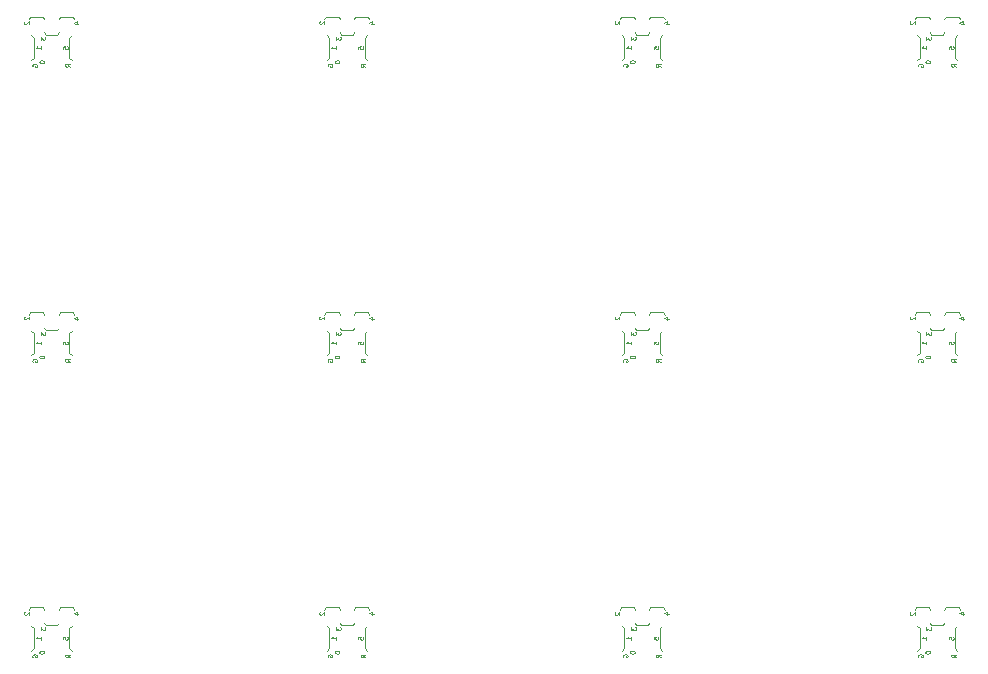
<source format=gbr>
%TF.GenerationSoftware,KiCad,Pcbnew,(6.0.0)*%
%TF.CreationDate,2022-11-29T13:54:36-05:00*%
%TF.ProjectId,pupdrive-eib24_panel,70757064-7269-4766-952d-65696232345f,B*%
%TF.SameCoordinates,Original*%
%TF.FileFunction,Legend,Bot*%
%TF.FilePolarity,Positive*%
%FSLAX46Y46*%
G04 Gerber Fmt 4.6, Leading zero omitted, Abs format (unit mm)*
G04 Created by KiCad (PCBNEW (6.0.0)) date 2022-11-29 13:54:36*
%MOMM*%
%LPD*%
G01*
G04 APERTURE LIST*
%ADD10C,0.120000*%
%ADD11C,0.100000*%
G04 APERTURE END LIST*
D10*
X146208579Y-64492088D02*
X146308579Y-64292088D01*
X118908579Y-62992088D02*
X118808579Y-63192088D01*
X121308579Y-63192088D02*
X121408579Y-62992088D01*
X95208579Y-64492088D02*
X96208579Y-64492088D01*
X122408579Y-66642088D02*
X122208579Y-66442088D01*
X97408579Y-66642088D02*
X97208579Y-66442088D01*
X171308579Y-63192088D02*
X171408579Y-62992088D01*
X94208579Y-66442088D02*
X94008579Y-66642088D01*
X121408579Y-62992088D02*
X122508579Y-62992088D01*
X146408579Y-62992088D02*
X147508579Y-62992088D01*
X172508579Y-62992088D02*
X172608579Y-63192088D01*
X145108579Y-64292088D02*
X145208579Y-64492088D01*
X119208579Y-66442088D02*
X119008579Y-66642088D01*
X145008579Y-62992088D02*
X143908579Y-62992088D01*
X146308579Y-63192088D02*
X146408579Y-62992088D01*
X170208579Y-64492088D02*
X171208579Y-64492088D01*
X94008579Y-64542088D02*
X94208579Y-64742088D01*
X122208579Y-66442088D02*
X122208579Y-64742088D01*
X97208579Y-64742088D02*
X97408579Y-64542088D01*
X168908579Y-62992088D02*
X168808579Y-63192088D01*
X96408579Y-62992088D02*
X97508579Y-62992088D01*
X147208579Y-66442088D02*
X147208579Y-64742088D01*
X96208579Y-64492088D02*
X96308579Y-64292088D01*
X96308579Y-63192088D02*
X96408579Y-62992088D01*
X95008579Y-62992088D02*
X93908579Y-62992088D01*
X120108579Y-63192088D02*
X120008579Y-62992088D01*
X119208579Y-64742088D02*
X119208579Y-66442088D01*
X172408579Y-66642088D02*
X172208579Y-66442088D01*
X120208579Y-64492088D02*
X121208579Y-64492088D01*
X147408579Y-66642088D02*
X147208579Y-66442088D01*
X144208579Y-64742088D02*
X144208579Y-66442088D01*
X97208579Y-66442088D02*
X97208579Y-64742088D01*
X172208579Y-66442088D02*
X172208579Y-64742088D01*
X170108579Y-64292088D02*
X170208579Y-64492088D01*
X145208579Y-64492088D02*
X146208579Y-64492088D01*
X120008579Y-62992088D02*
X118908579Y-62992088D01*
X94208579Y-64742088D02*
X94208579Y-66442088D01*
X144208579Y-66442088D02*
X144008579Y-66642088D01*
X145108579Y-63192088D02*
X145008579Y-62992088D01*
X170108579Y-63192088D02*
X170008579Y-62992088D01*
X170008579Y-62992088D02*
X168908579Y-62992088D01*
X147208579Y-64742088D02*
X147408579Y-64542088D01*
X120108579Y-64292088D02*
X120208579Y-64492088D01*
X119008579Y-64542088D02*
X119208579Y-64742088D01*
X93908579Y-62992088D02*
X93808579Y-63192088D01*
X171208579Y-64492088D02*
X171308579Y-64292088D01*
X143908579Y-62992088D02*
X143808579Y-63192088D01*
X97508579Y-62992088D02*
X97608579Y-63192088D01*
X171408579Y-62992088D02*
X172508579Y-62992088D01*
X121208579Y-64492088D02*
X121308579Y-64292088D01*
X144008579Y-64542088D02*
X144208579Y-64742088D01*
X172208579Y-64742088D02*
X172408579Y-64542088D01*
X95108579Y-64292088D02*
X95208579Y-64492088D01*
X169208579Y-66442088D02*
X169008579Y-66642088D01*
X95108579Y-63192088D02*
X95008579Y-62992088D01*
X169208579Y-64742088D02*
X169208579Y-66442088D01*
X122508579Y-62992088D02*
X122608579Y-63192088D01*
X122208579Y-64742088D02*
X122408579Y-64542088D01*
X169008579Y-64542088D02*
X169208579Y-64742088D01*
X147508579Y-62992088D02*
X147608579Y-63192088D01*
D11*
X147722864Y-63568278D02*
X147989531Y-63568278D01*
X147570483Y-63473040D02*
X147856198Y-63377802D01*
X147856198Y-63625421D01*
X94789531Y-65706373D02*
X94789531Y-65477802D01*
X94789531Y-65592088D02*
X94389531Y-65592088D01*
X94446674Y-65553992D01*
X94484769Y-65515897D01*
X94503817Y-65477802D01*
X94108579Y-67186849D02*
X94089531Y-67148754D01*
X94089531Y-67091611D01*
X94108579Y-67034468D01*
X94146674Y-66996373D01*
X94184769Y-66977326D01*
X94260959Y-66958278D01*
X94318102Y-66958278D01*
X94394293Y-66977326D01*
X94432388Y-66996373D01*
X94470483Y-67034468D01*
X94489531Y-67091611D01*
X94489531Y-67129707D01*
X94470483Y-67186849D01*
X94451436Y-67205897D01*
X94318102Y-67205897D01*
X94318102Y-67129707D01*
X97289531Y-67215897D02*
X97099055Y-67082564D01*
X97289531Y-66987326D02*
X96889531Y-66987326D01*
X96889531Y-67139707D01*
X96908579Y-67177802D01*
X96927626Y-67196849D01*
X96965721Y-67215897D01*
X97022864Y-67215897D01*
X97060959Y-67196849D01*
X97080007Y-67177802D01*
X97099055Y-67139707D01*
X97099055Y-66987326D01*
X172289531Y-67215897D02*
X172099055Y-67082564D01*
X172289531Y-66987326D02*
X171889531Y-66987326D01*
X171889531Y-67139707D01*
X171908579Y-67177802D01*
X171927626Y-67196849D01*
X171965721Y-67215897D01*
X172022864Y-67215897D01*
X172060959Y-67196849D01*
X172080007Y-67177802D01*
X172099055Y-67139707D01*
X172099055Y-66987326D01*
X118427626Y-63377802D02*
X118408579Y-63396849D01*
X118389531Y-63434945D01*
X118389531Y-63530183D01*
X118408579Y-63568278D01*
X118427626Y-63587326D01*
X118465721Y-63606373D01*
X118503817Y-63606373D01*
X118560959Y-63587326D01*
X118789531Y-63358754D01*
X118789531Y-63606373D01*
X119108579Y-67186849D02*
X119089531Y-67148754D01*
X119089531Y-67091611D01*
X119108579Y-67034468D01*
X119146674Y-66996373D01*
X119184769Y-66977326D01*
X119260959Y-66958278D01*
X119318102Y-66958278D01*
X119394293Y-66977326D01*
X119432388Y-66996373D01*
X119470483Y-67034468D01*
X119489531Y-67091611D01*
X119489531Y-67129707D01*
X119470483Y-67186849D01*
X119451436Y-67205897D01*
X119318102Y-67205897D01*
X119318102Y-67129707D01*
X119789531Y-65706373D02*
X119789531Y-65477802D01*
X119789531Y-65592088D02*
X119389531Y-65592088D01*
X119446674Y-65553992D01*
X119484769Y-65515897D01*
X119503817Y-65477802D01*
X168427626Y-63377802D02*
X168408579Y-63396849D01*
X168389531Y-63434945D01*
X168389531Y-63530183D01*
X168408579Y-63568278D01*
X168427626Y-63587326D01*
X168465721Y-63606373D01*
X168503817Y-63606373D01*
X168560959Y-63587326D01*
X168789531Y-63358754D01*
X168789531Y-63606373D01*
X97722864Y-63568278D02*
X97989531Y-63568278D01*
X97570483Y-63473040D02*
X97856198Y-63377802D01*
X97856198Y-63625421D01*
X122722864Y-63568278D02*
X122989531Y-63568278D01*
X122570483Y-63473040D02*
X122856198Y-63377802D01*
X122856198Y-63625421D01*
X169789531Y-64658754D02*
X169789531Y-64906373D01*
X169941912Y-64773040D01*
X169941912Y-64830183D01*
X169960959Y-64868278D01*
X169980007Y-64887326D01*
X170018102Y-64906373D01*
X170113340Y-64906373D01*
X170151436Y-64887326D01*
X170170483Y-64868278D01*
X170189531Y-64830183D01*
X170189531Y-64715897D01*
X170170483Y-64677802D01*
X170151436Y-64658754D01*
X93427626Y-63377802D02*
X93408579Y-63396849D01*
X93389531Y-63434945D01*
X93389531Y-63530183D01*
X93408579Y-63568278D01*
X93427626Y-63587326D01*
X93465721Y-63606373D01*
X93503817Y-63606373D01*
X93560959Y-63587326D01*
X93789531Y-63358754D01*
X93789531Y-63606373D01*
X144689531Y-66773040D02*
X144689531Y-66811135D01*
X144708579Y-66849230D01*
X144727626Y-66868278D01*
X144765721Y-66887326D01*
X144841912Y-66906373D01*
X144937150Y-66906373D01*
X145013340Y-66887326D01*
X145051436Y-66868278D01*
X145070483Y-66849230D01*
X145089531Y-66811135D01*
X145089531Y-66773040D01*
X145070483Y-66734945D01*
X145051436Y-66715897D01*
X145013340Y-66696849D01*
X144937150Y-66677802D01*
X144841912Y-66677802D01*
X144765721Y-66696849D01*
X144727626Y-66715897D01*
X144708579Y-66734945D01*
X144689531Y-66773040D01*
X144789531Y-64658754D02*
X144789531Y-64906373D01*
X144941912Y-64773040D01*
X144941912Y-64830183D01*
X144960959Y-64868278D01*
X144980007Y-64887326D01*
X145018102Y-64906373D01*
X145113340Y-64906373D01*
X145151436Y-64887326D01*
X145170483Y-64868278D01*
X145189531Y-64830183D01*
X145189531Y-64715897D01*
X145170483Y-64677802D01*
X145151436Y-64658754D01*
X121689531Y-65687326D02*
X121689531Y-65496849D01*
X121880007Y-65477802D01*
X121860959Y-65496849D01*
X121841912Y-65534945D01*
X121841912Y-65630183D01*
X121860959Y-65668278D01*
X121880007Y-65687326D01*
X121918102Y-65706373D01*
X122013340Y-65706373D01*
X122051436Y-65687326D01*
X122070483Y-65668278D01*
X122089531Y-65630183D01*
X122089531Y-65534945D01*
X122070483Y-65496849D01*
X122051436Y-65477802D01*
X143427626Y-63377802D02*
X143408579Y-63396849D01*
X143389531Y-63434945D01*
X143389531Y-63530183D01*
X143408579Y-63568278D01*
X143427626Y-63587326D01*
X143465721Y-63606373D01*
X143503817Y-63606373D01*
X143560959Y-63587326D01*
X143789531Y-63358754D01*
X143789531Y-63606373D01*
X169789531Y-65706373D02*
X169789531Y-65477802D01*
X169789531Y-65592088D02*
X169389531Y-65592088D01*
X169446674Y-65553992D01*
X169484769Y-65515897D01*
X169503817Y-65477802D01*
X171689531Y-65687326D02*
X171689531Y-65496849D01*
X171880007Y-65477802D01*
X171860959Y-65496849D01*
X171841912Y-65534945D01*
X171841912Y-65630183D01*
X171860959Y-65668278D01*
X171880007Y-65687326D01*
X171918102Y-65706373D01*
X172013340Y-65706373D01*
X172051436Y-65687326D01*
X172070483Y-65668278D01*
X172089531Y-65630183D01*
X172089531Y-65534945D01*
X172070483Y-65496849D01*
X172051436Y-65477802D01*
X146689531Y-65687326D02*
X146689531Y-65496849D01*
X146880007Y-65477802D01*
X146860959Y-65496849D01*
X146841912Y-65534945D01*
X146841912Y-65630183D01*
X146860959Y-65668278D01*
X146880007Y-65687326D01*
X146918102Y-65706373D01*
X147013340Y-65706373D01*
X147051436Y-65687326D01*
X147070483Y-65668278D01*
X147089531Y-65630183D01*
X147089531Y-65534945D01*
X147070483Y-65496849D01*
X147051436Y-65477802D01*
X122289531Y-67215897D02*
X122099055Y-67082564D01*
X122289531Y-66987326D02*
X121889531Y-66987326D01*
X121889531Y-67139707D01*
X121908579Y-67177802D01*
X121927626Y-67196849D01*
X121965721Y-67215897D01*
X122022864Y-67215897D01*
X122060959Y-67196849D01*
X122080007Y-67177802D01*
X122099055Y-67139707D01*
X122099055Y-66987326D01*
X144108579Y-67186849D02*
X144089531Y-67148754D01*
X144089531Y-67091611D01*
X144108579Y-67034468D01*
X144146674Y-66996373D01*
X144184769Y-66977326D01*
X144260959Y-66958278D01*
X144318102Y-66958278D01*
X144394293Y-66977326D01*
X144432388Y-66996373D01*
X144470483Y-67034468D01*
X144489531Y-67091611D01*
X144489531Y-67129707D01*
X144470483Y-67186849D01*
X144451436Y-67205897D01*
X144318102Y-67205897D01*
X144318102Y-67129707D01*
X169689531Y-66773040D02*
X169689531Y-66811135D01*
X169708579Y-66849230D01*
X169727626Y-66868278D01*
X169765721Y-66887326D01*
X169841912Y-66906373D01*
X169937150Y-66906373D01*
X170013340Y-66887326D01*
X170051436Y-66868278D01*
X170070483Y-66849230D01*
X170089531Y-66811135D01*
X170089531Y-66773040D01*
X170070483Y-66734945D01*
X170051436Y-66715897D01*
X170013340Y-66696849D01*
X169937150Y-66677802D01*
X169841912Y-66677802D01*
X169765721Y-66696849D01*
X169727626Y-66715897D01*
X169708579Y-66734945D01*
X169689531Y-66773040D01*
X96689531Y-65687326D02*
X96689531Y-65496849D01*
X96880007Y-65477802D01*
X96860959Y-65496849D01*
X96841912Y-65534945D01*
X96841912Y-65630183D01*
X96860959Y-65668278D01*
X96880007Y-65687326D01*
X96918102Y-65706373D01*
X97013340Y-65706373D01*
X97051436Y-65687326D01*
X97070483Y-65668278D01*
X97089531Y-65630183D01*
X97089531Y-65534945D01*
X97070483Y-65496849D01*
X97051436Y-65477802D01*
X94789531Y-64658754D02*
X94789531Y-64906373D01*
X94941912Y-64773040D01*
X94941912Y-64830183D01*
X94960959Y-64868278D01*
X94980007Y-64887326D01*
X95018102Y-64906373D01*
X95113340Y-64906373D01*
X95151436Y-64887326D01*
X95170483Y-64868278D01*
X95189531Y-64830183D01*
X95189531Y-64715897D01*
X95170483Y-64677802D01*
X95151436Y-64658754D01*
X172722864Y-63568278D02*
X172989531Y-63568278D01*
X172570483Y-63473040D02*
X172856198Y-63377802D01*
X172856198Y-63625421D01*
X94689531Y-66773040D02*
X94689531Y-66811135D01*
X94708579Y-66849230D01*
X94727626Y-66868278D01*
X94765721Y-66887326D01*
X94841912Y-66906373D01*
X94937150Y-66906373D01*
X95013340Y-66887326D01*
X95051436Y-66868278D01*
X95070483Y-66849230D01*
X95089531Y-66811135D01*
X95089531Y-66773040D01*
X95070483Y-66734945D01*
X95051436Y-66715897D01*
X95013340Y-66696849D01*
X94937150Y-66677802D01*
X94841912Y-66677802D01*
X94765721Y-66696849D01*
X94727626Y-66715897D01*
X94708579Y-66734945D01*
X94689531Y-66773040D01*
X119689531Y-66773040D02*
X119689531Y-66811135D01*
X119708579Y-66849230D01*
X119727626Y-66868278D01*
X119765721Y-66887326D01*
X119841912Y-66906373D01*
X119937150Y-66906373D01*
X120013340Y-66887326D01*
X120051436Y-66868278D01*
X120070483Y-66849230D01*
X120089531Y-66811135D01*
X120089531Y-66773040D01*
X120070483Y-66734945D01*
X120051436Y-66715897D01*
X120013340Y-66696849D01*
X119937150Y-66677802D01*
X119841912Y-66677802D01*
X119765721Y-66696849D01*
X119727626Y-66715897D01*
X119708579Y-66734945D01*
X119689531Y-66773040D01*
X119789531Y-64658754D02*
X119789531Y-64906373D01*
X119941912Y-64773040D01*
X119941912Y-64830183D01*
X119960959Y-64868278D01*
X119980007Y-64887326D01*
X120018102Y-64906373D01*
X120113340Y-64906373D01*
X120151436Y-64887326D01*
X120170483Y-64868278D01*
X120189531Y-64830183D01*
X120189531Y-64715897D01*
X120170483Y-64677802D01*
X120151436Y-64658754D01*
X147289531Y-67215897D02*
X147099055Y-67082564D01*
X147289531Y-66987326D02*
X146889531Y-66987326D01*
X146889531Y-67139707D01*
X146908579Y-67177802D01*
X146927626Y-67196849D01*
X146965721Y-67215897D01*
X147022864Y-67215897D01*
X147060959Y-67196849D01*
X147080007Y-67177802D01*
X147099055Y-67139707D01*
X147099055Y-66987326D01*
X144789531Y-65706373D02*
X144789531Y-65477802D01*
X144789531Y-65592088D02*
X144389531Y-65592088D01*
X144446674Y-65553992D01*
X144484769Y-65515897D01*
X144503817Y-65477802D01*
X169108579Y-67186849D02*
X169089531Y-67148754D01*
X169089531Y-67091611D01*
X169108579Y-67034468D01*
X169146674Y-66996373D01*
X169184769Y-66977326D01*
X169260959Y-66958278D01*
X169318102Y-66958278D01*
X169394293Y-66977326D01*
X169432388Y-66996373D01*
X169470483Y-67034468D01*
X169489531Y-67091611D01*
X169489531Y-67129707D01*
X169470483Y-67186849D01*
X169451436Y-67205897D01*
X169318102Y-67205897D01*
X169318102Y-67129707D01*
D10*
X146208579Y-89492088D02*
X146308579Y-89292088D01*
X118908579Y-87992088D02*
X118808579Y-88192088D01*
X121308579Y-88192088D02*
X121408579Y-87992088D01*
X95208579Y-89492088D02*
X96208579Y-89492088D01*
X122408579Y-91642088D02*
X122208579Y-91442088D01*
X97408579Y-91642088D02*
X97208579Y-91442088D01*
X171308579Y-88192088D02*
X171408579Y-87992088D01*
X94208579Y-91442088D02*
X94008579Y-91642088D01*
X121408579Y-87992088D02*
X122508579Y-87992088D01*
X146408579Y-87992088D02*
X147508579Y-87992088D01*
X172508579Y-87992088D02*
X172608579Y-88192088D01*
X145108579Y-89292088D02*
X145208579Y-89492088D01*
X119208579Y-91442088D02*
X119008579Y-91642088D01*
X145008579Y-87992088D02*
X143908579Y-87992088D01*
X146308579Y-88192088D02*
X146408579Y-87992088D01*
X170208579Y-89492088D02*
X171208579Y-89492088D01*
X94008579Y-89542088D02*
X94208579Y-89742088D01*
X122208579Y-91442088D02*
X122208579Y-89742088D01*
X97208579Y-89742088D02*
X97408579Y-89542088D01*
X168908579Y-87992088D02*
X168808579Y-88192088D01*
X96408579Y-87992088D02*
X97508579Y-87992088D01*
X147208579Y-91442088D02*
X147208579Y-89742088D01*
X96208579Y-89492088D02*
X96308579Y-89292088D01*
X96308579Y-88192088D02*
X96408579Y-87992088D01*
X95008579Y-87992088D02*
X93908579Y-87992088D01*
X120108579Y-88192088D02*
X120008579Y-87992088D01*
X119208579Y-89742088D02*
X119208579Y-91442088D01*
X172408579Y-91642088D02*
X172208579Y-91442088D01*
X120208579Y-89492088D02*
X121208579Y-89492088D01*
X147408579Y-91642088D02*
X147208579Y-91442088D01*
X144208579Y-89742088D02*
X144208579Y-91442088D01*
X97208579Y-91442088D02*
X97208579Y-89742088D01*
X172208579Y-91442088D02*
X172208579Y-89742088D01*
X170108579Y-89292088D02*
X170208579Y-89492088D01*
X145208579Y-89492088D02*
X146208579Y-89492088D01*
X120008579Y-87992088D02*
X118908579Y-87992088D01*
X94208579Y-89742088D02*
X94208579Y-91442088D01*
X144208579Y-91442088D02*
X144008579Y-91642088D01*
X145108579Y-88192088D02*
X145008579Y-87992088D01*
X170108579Y-88192088D02*
X170008579Y-87992088D01*
X170008579Y-87992088D02*
X168908579Y-87992088D01*
X147208579Y-89742088D02*
X147408579Y-89542088D01*
X120108579Y-89292088D02*
X120208579Y-89492088D01*
X119008579Y-89542088D02*
X119208579Y-89742088D01*
X93908579Y-87992088D02*
X93808579Y-88192088D01*
X171208579Y-89492088D02*
X171308579Y-89292088D01*
X143908579Y-87992088D02*
X143808579Y-88192088D01*
X97508579Y-87992088D02*
X97608579Y-88192088D01*
X171408579Y-87992088D02*
X172508579Y-87992088D01*
X121208579Y-89492088D02*
X121308579Y-89292088D01*
X144008579Y-89542088D02*
X144208579Y-89742088D01*
X172208579Y-89742088D02*
X172408579Y-89542088D01*
X95108579Y-89292088D02*
X95208579Y-89492088D01*
X169208579Y-91442088D02*
X169008579Y-91642088D01*
X95108579Y-88192088D02*
X95008579Y-87992088D01*
X169208579Y-89742088D02*
X169208579Y-91442088D01*
X122508579Y-87992088D02*
X122608579Y-88192088D01*
X122208579Y-89742088D02*
X122408579Y-89542088D01*
X169008579Y-89542088D02*
X169208579Y-89742088D01*
X147508579Y-87992088D02*
X147608579Y-88192088D01*
D11*
X147722864Y-88568278D02*
X147989531Y-88568278D01*
X147570483Y-88473040D02*
X147856198Y-88377802D01*
X147856198Y-88625421D01*
X94789531Y-90706373D02*
X94789531Y-90477802D01*
X94789531Y-90592088D02*
X94389531Y-90592088D01*
X94446674Y-90553992D01*
X94484769Y-90515897D01*
X94503817Y-90477802D01*
X94108579Y-92186849D02*
X94089531Y-92148754D01*
X94089531Y-92091611D01*
X94108579Y-92034468D01*
X94146674Y-91996373D01*
X94184769Y-91977326D01*
X94260959Y-91958278D01*
X94318102Y-91958278D01*
X94394293Y-91977326D01*
X94432388Y-91996373D01*
X94470483Y-92034468D01*
X94489531Y-92091611D01*
X94489531Y-92129707D01*
X94470483Y-92186849D01*
X94451436Y-92205897D01*
X94318102Y-92205897D01*
X94318102Y-92129707D01*
X97289531Y-92215897D02*
X97099055Y-92082564D01*
X97289531Y-91987326D02*
X96889531Y-91987326D01*
X96889531Y-92139707D01*
X96908579Y-92177802D01*
X96927626Y-92196849D01*
X96965721Y-92215897D01*
X97022864Y-92215897D01*
X97060959Y-92196849D01*
X97080007Y-92177802D01*
X97099055Y-92139707D01*
X97099055Y-91987326D01*
X172289531Y-92215897D02*
X172099055Y-92082564D01*
X172289531Y-91987326D02*
X171889531Y-91987326D01*
X171889531Y-92139707D01*
X171908579Y-92177802D01*
X171927626Y-92196849D01*
X171965721Y-92215897D01*
X172022864Y-92215897D01*
X172060959Y-92196849D01*
X172080007Y-92177802D01*
X172099055Y-92139707D01*
X172099055Y-91987326D01*
X118427626Y-88377802D02*
X118408579Y-88396849D01*
X118389531Y-88434945D01*
X118389531Y-88530183D01*
X118408579Y-88568278D01*
X118427626Y-88587326D01*
X118465721Y-88606373D01*
X118503817Y-88606373D01*
X118560959Y-88587326D01*
X118789531Y-88358754D01*
X118789531Y-88606373D01*
X119108579Y-92186849D02*
X119089531Y-92148754D01*
X119089531Y-92091611D01*
X119108579Y-92034468D01*
X119146674Y-91996373D01*
X119184769Y-91977326D01*
X119260959Y-91958278D01*
X119318102Y-91958278D01*
X119394293Y-91977326D01*
X119432388Y-91996373D01*
X119470483Y-92034468D01*
X119489531Y-92091611D01*
X119489531Y-92129707D01*
X119470483Y-92186849D01*
X119451436Y-92205897D01*
X119318102Y-92205897D01*
X119318102Y-92129707D01*
X119789531Y-90706373D02*
X119789531Y-90477802D01*
X119789531Y-90592088D02*
X119389531Y-90592088D01*
X119446674Y-90553992D01*
X119484769Y-90515897D01*
X119503817Y-90477802D01*
X168427626Y-88377802D02*
X168408579Y-88396849D01*
X168389531Y-88434945D01*
X168389531Y-88530183D01*
X168408579Y-88568278D01*
X168427626Y-88587326D01*
X168465721Y-88606373D01*
X168503817Y-88606373D01*
X168560959Y-88587326D01*
X168789531Y-88358754D01*
X168789531Y-88606373D01*
X97722864Y-88568278D02*
X97989531Y-88568278D01*
X97570483Y-88473040D02*
X97856198Y-88377802D01*
X97856198Y-88625421D01*
X122722864Y-88568278D02*
X122989531Y-88568278D01*
X122570483Y-88473040D02*
X122856198Y-88377802D01*
X122856198Y-88625421D01*
X169789531Y-89658754D02*
X169789531Y-89906373D01*
X169941912Y-89773040D01*
X169941912Y-89830183D01*
X169960959Y-89868278D01*
X169980007Y-89887326D01*
X170018102Y-89906373D01*
X170113340Y-89906373D01*
X170151436Y-89887326D01*
X170170483Y-89868278D01*
X170189531Y-89830183D01*
X170189531Y-89715897D01*
X170170483Y-89677802D01*
X170151436Y-89658754D01*
X93427626Y-88377802D02*
X93408579Y-88396849D01*
X93389531Y-88434945D01*
X93389531Y-88530183D01*
X93408579Y-88568278D01*
X93427626Y-88587326D01*
X93465721Y-88606373D01*
X93503817Y-88606373D01*
X93560959Y-88587326D01*
X93789531Y-88358754D01*
X93789531Y-88606373D01*
X144689531Y-91773040D02*
X144689531Y-91811135D01*
X144708579Y-91849230D01*
X144727626Y-91868278D01*
X144765721Y-91887326D01*
X144841912Y-91906373D01*
X144937150Y-91906373D01*
X145013340Y-91887326D01*
X145051436Y-91868278D01*
X145070483Y-91849230D01*
X145089531Y-91811135D01*
X145089531Y-91773040D01*
X145070483Y-91734945D01*
X145051436Y-91715897D01*
X145013340Y-91696849D01*
X144937150Y-91677802D01*
X144841912Y-91677802D01*
X144765721Y-91696849D01*
X144727626Y-91715897D01*
X144708579Y-91734945D01*
X144689531Y-91773040D01*
X144789531Y-89658754D02*
X144789531Y-89906373D01*
X144941912Y-89773040D01*
X144941912Y-89830183D01*
X144960959Y-89868278D01*
X144980007Y-89887326D01*
X145018102Y-89906373D01*
X145113340Y-89906373D01*
X145151436Y-89887326D01*
X145170483Y-89868278D01*
X145189531Y-89830183D01*
X145189531Y-89715897D01*
X145170483Y-89677802D01*
X145151436Y-89658754D01*
X121689531Y-90687326D02*
X121689531Y-90496849D01*
X121880007Y-90477802D01*
X121860959Y-90496849D01*
X121841912Y-90534945D01*
X121841912Y-90630183D01*
X121860959Y-90668278D01*
X121880007Y-90687326D01*
X121918102Y-90706373D01*
X122013340Y-90706373D01*
X122051436Y-90687326D01*
X122070483Y-90668278D01*
X122089531Y-90630183D01*
X122089531Y-90534945D01*
X122070483Y-90496849D01*
X122051436Y-90477802D01*
X143427626Y-88377802D02*
X143408579Y-88396849D01*
X143389531Y-88434945D01*
X143389531Y-88530183D01*
X143408579Y-88568278D01*
X143427626Y-88587326D01*
X143465721Y-88606373D01*
X143503817Y-88606373D01*
X143560959Y-88587326D01*
X143789531Y-88358754D01*
X143789531Y-88606373D01*
X169789531Y-90706373D02*
X169789531Y-90477802D01*
X169789531Y-90592088D02*
X169389531Y-90592088D01*
X169446674Y-90553992D01*
X169484769Y-90515897D01*
X169503817Y-90477802D01*
X171689531Y-90687326D02*
X171689531Y-90496849D01*
X171880007Y-90477802D01*
X171860959Y-90496849D01*
X171841912Y-90534945D01*
X171841912Y-90630183D01*
X171860959Y-90668278D01*
X171880007Y-90687326D01*
X171918102Y-90706373D01*
X172013340Y-90706373D01*
X172051436Y-90687326D01*
X172070483Y-90668278D01*
X172089531Y-90630183D01*
X172089531Y-90534945D01*
X172070483Y-90496849D01*
X172051436Y-90477802D01*
X146689531Y-90687326D02*
X146689531Y-90496849D01*
X146880007Y-90477802D01*
X146860959Y-90496849D01*
X146841912Y-90534945D01*
X146841912Y-90630183D01*
X146860959Y-90668278D01*
X146880007Y-90687326D01*
X146918102Y-90706373D01*
X147013340Y-90706373D01*
X147051436Y-90687326D01*
X147070483Y-90668278D01*
X147089531Y-90630183D01*
X147089531Y-90534945D01*
X147070483Y-90496849D01*
X147051436Y-90477802D01*
X122289531Y-92215897D02*
X122099055Y-92082564D01*
X122289531Y-91987326D02*
X121889531Y-91987326D01*
X121889531Y-92139707D01*
X121908579Y-92177802D01*
X121927626Y-92196849D01*
X121965721Y-92215897D01*
X122022864Y-92215897D01*
X122060959Y-92196849D01*
X122080007Y-92177802D01*
X122099055Y-92139707D01*
X122099055Y-91987326D01*
X144108579Y-92186849D02*
X144089531Y-92148754D01*
X144089531Y-92091611D01*
X144108579Y-92034468D01*
X144146674Y-91996373D01*
X144184769Y-91977326D01*
X144260959Y-91958278D01*
X144318102Y-91958278D01*
X144394293Y-91977326D01*
X144432388Y-91996373D01*
X144470483Y-92034468D01*
X144489531Y-92091611D01*
X144489531Y-92129707D01*
X144470483Y-92186849D01*
X144451436Y-92205897D01*
X144318102Y-92205897D01*
X144318102Y-92129707D01*
X169689531Y-91773040D02*
X169689531Y-91811135D01*
X169708579Y-91849230D01*
X169727626Y-91868278D01*
X169765721Y-91887326D01*
X169841912Y-91906373D01*
X169937150Y-91906373D01*
X170013340Y-91887326D01*
X170051436Y-91868278D01*
X170070483Y-91849230D01*
X170089531Y-91811135D01*
X170089531Y-91773040D01*
X170070483Y-91734945D01*
X170051436Y-91715897D01*
X170013340Y-91696849D01*
X169937150Y-91677802D01*
X169841912Y-91677802D01*
X169765721Y-91696849D01*
X169727626Y-91715897D01*
X169708579Y-91734945D01*
X169689531Y-91773040D01*
X96689531Y-90687326D02*
X96689531Y-90496849D01*
X96880007Y-90477802D01*
X96860959Y-90496849D01*
X96841912Y-90534945D01*
X96841912Y-90630183D01*
X96860959Y-90668278D01*
X96880007Y-90687326D01*
X96918102Y-90706373D01*
X97013340Y-90706373D01*
X97051436Y-90687326D01*
X97070483Y-90668278D01*
X97089531Y-90630183D01*
X97089531Y-90534945D01*
X97070483Y-90496849D01*
X97051436Y-90477802D01*
X94789531Y-89658754D02*
X94789531Y-89906373D01*
X94941912Y-89773040D01*
X94941912Y-89830183D01*
X94960959Y-89868278D01*
X94980007Y-89887326D01*
X95018102Y-89906373D01*
X95113340Y-89906373D01*
X95151436Y-89887326D01*
X95170483Y-89868278D01*
X95189531Y-89830183D01*
X95189531Y-89715897D01*
X95170483Y-89677802D01*
X95151436Y-89658754D01*
X172722864Y-88568278D02*
X172989531Y-88568278D01*
X172570483Y-88473040D02*
X172856198Y-88377802D01*
X172856198Y-88625421D01*
X94689531Y-91773040D02*
X94689531Y-91811135D01*
X94708579Y-91849230D01*
X94727626Y-91868278D01*
X94765721Y-91887326D01*
X94841912Y-91906373D01*
X94937150Y-91906373D01*
X95013340Y-91887326D01*
X95051436Y-91868278D01*
X95070483Y-91849230D01*
X95089531Y-91811135D01*
X95089531Y-91773040D01*
X95070483Y-91734945D01*
X95051436Y-91715897D01*
X95013340Y-91696849D01*
X94937150Y-91677802D01*
X94841912Y-91677802D01*
X94765721Y-91696849D01*
X94727626Y-91715897D01*
X94708579Y-91734945D01*
X94689531Y-91773040D01*
X119689531Y-91773040D02*
X119689531Y-91811135D01*
X119708579Y-91849230D01*
X119727626Y-91868278D01*
X119765721Y-91887326D01*
X119841912Y-91906373D01*
X119937150Y-91906373D01*
X120013340Y-91887326D01*
X120051436Y-91868278D01*
X120070483Y-91849230D01*
X120089531Y-91811135D01*
X120089531Y-91773040D01*
X120070483Y-91734945D01*
X120051436Y-91715897D01*
X120013340Y-91696849D01*
X119937150Y-91677802D01*
X119841912Y-91677802D01*
X119765721Y-91696849D01*
X119727626Y-91715897D01*
X119708579Y-91734945D01*
X119689531Y-91773040D01*
X119789531Y-89658754D02*
X119789531Y-89906373D01*
X119941912Y-89773040D01*
X119941912Y-89830183D01*
X119960959Y-89868278D01*
X119980007Y-89887326D01*
X120018102Y-89906373D01*
X120113340Y-89906373D01*
X120151436Y-89887326D01*
X120170483Y-89868278D01*
X120189531Y-89830183D01*
X120189531Y-89715897D01*
X120170483Y-89677802D01*
X120151436Y-89658754D01*
X147289531Y-92215897D02*
X147099055Y-92082564D01*
X147289531Y-91987326D02*
X146889531Y-91987326D01*
X146889531Y-92139707D01*
X146908579Y-92177802D01*
X146927626Y-92196849D01*
X146965721Y-92215897D01*
X147022864Y-92215897D01*
X147060959Y-92196849D01*
X147080007Y-92177802D01*
X147099055Y-92139707D01*
X147099055Y-91987326D01*
X144789531Y-90706373D02*
X144789531Y-90477802D01*
X144789531Y-90592088D02*
X144389531Y-90592088D01*
X144446674Y-90553992D01*
X144484769Y-90515897D01*
X144503817Y-90477802D01*
X169108579Y-92186849D02*
X169089531Y-92148754D01*
X169089531Y-92091611D01*
X169108579Y-92034468D01*
X169146674Y-91996373D01*
X169184769Y-91977326D01*
X169260959Y-91958278D01*
X169318102Y-91958278D01*
X169394293Y-91977326D01*
X169432388Y-91996373D01*
X169470483Y-92034468D01*
X169489531Y-92091611D01*
X169489531Y-92129707D01*
X169470483Y-92186849D01*
X169451436Y-92205897D01*
X169318102Y-92205897D01*
X169318102Y-92129707D01*
D10*
X169208579Y-116442088D02*
X169008579Y-116642088D01*
X122208579Y-114742088D02*
X122408579Y-114542088D01*
X95108579Y-113192088D02*
X95008579Y-112992088D01*
X147508579Y-112992088D02*
X147608579Y-113192088D01*
X169008579Y-114542088D02*
X169208579Y-114742088D01*
X169208579Y-114742088D02*
X169208579Y-116442088D01*
X122508579Y-112992088D02*
X122608579Y-113192088D01*
X147208579Y-116442088D02*
X147208579Y-114742088D01*
X96208579Y-114492088D02*
X96308579Y-114292088D01*
X96308579Y-113192088D02*
X96408579Y-112992088D01*
X95008579Y-112992088D02*
X93908579Y-112992088D01*
X168908579Y-112992088D02*
X168808579Y-113192088D01*
X97208579Y-114742088D02*
X97408579Y-114542088D01*
X96408579Y-112992088D02*
X97508579Y-112992088D01*
X146308579Y-113192088D02*
X146408579Y-112992088D01*
X94008579Y-114542088D02*
X94208579Y-114742088D01*
X170208579Y-114492088D02*
X171208579Y-114492088D01*
X122208579Y-116442088D02*
X122208579Y-114742088D01*
X172508579Y-112992088D02*
X172608579Y-113192088D01*
X146408579Y-112992088D02*
X147508579Y-112992088D01*
X145008579Y-112992088D02*
X143908579Y-112992088D01*
X119208579Y-116442088D02*
X119008579Y-116642088D01*
X145108579Y-114292088D02*
X145208579Y-114492088D01*
X95108579Y-114292088D02*
X95208579Y-114492088D01*
X171208579Y-114492088D02*
X171308579Y-114292088D01*
X171408579Y-112992088D02*
X172508579Y-112992088D01*
X121208579Y-114492088D02*
X121308579Y-114292088D01*
X144008579Y-114542088D02*
X144208579Y-114742088D01*
X97508579Y-112992088D02*
X97608579Y-113192088D01*
X143908579Y-112992088D02*
X143808579Y-113192088D01*
X172208579Y-114742088D02*
X172408579Y-114542088D01*
X119008579Y-114542088D02*
X119208579Y-114742088D01*
X93908579Y-112992088D02*
X93808579Y-113192088D01*
X94208579Y-114742088D02*
X94208579Y-116442088D01*
X145108579Y-113192088D02*
X145008579Y-112992088D01*
X120008579Y-112992088D02*
X118908579Y-112992088D01*
X147208579Y-114742088D02*
X147408579Y-114542088D01*
X120108579Y-114292088D02*
X120208579Y-114492088D01*
X144208579Y-116442088D02*
X144008579Y-116642088D01*
X170108579Y-113192088D02*
X170008579Y-112992088D01*
X170008579Y-112992088D02*
X168908579Y-112992088D01*
X147408579Y-116642088D02*
X147208579Y-116442088D01*
X145208579Y-114492088D02*
X146208579Y-114492088D01*
X120108579Y-113192088D02*
X120008579Y-112992088D01*
X172208579Y-116442088D02*
X172208579Y-114742088D01*
X170108579Y-114292088D02*
X170208579Y-114492088D01*
X97208579Y-116442088D02*
X97208579Y-114742088D01*
X172408579Y-116642088D02*
X172208579Y-116442088D01*
X144208579Y-114742088D02*
X144208579Y-116442088D01*
X120208579Y-114492088D02*
X121208579Y-114492088D01*
X119208579Y-114742088D02*
X119208579Y-116442088D01*
X121308579Y-113192088D02*
X121408579Y-112992088D01*
X118908579Y-112992088D02*
X118808579Y-113192088D01*
X94208579Y-116442088D02*
X94008579Y-116642088D01*
X171308579Y-113192088D02*
X171408579Y-112992088D01*
X121408579Y-112992088D02*
X122508579Y-112992088D01*
X122408579Y-116642088D02*
X122208579Y-116442088D01*
X95208579Y-114492088D02*
X96208579Y-114492088D01*
X97408579Y-116642088D02*
X97208579Y-116442088D01*
X146208579Y-114492088D02*
X146308579Y-114292088D01*
D11*
X143427626Y-113377802D02*
X143408579Y-113396849D01*
X143389531Y-113434945D01*
X143389531Y-113530183D01*
X143408579Y-113568278D01*
X143427626Y-113587326D01*
X143465721Y-113606373D01*
X143503817Y-113606373D01*
X143560959Y-113587326D01*
X143789531Y-113358754D01*
X143789531Y-113606373D01*
X121689531Y-115687326D02*
X121689531Y-115496849D01*
X121880007Y-115477802D01*
X121860959Y-115496849D01*
X121841912Y-115534945D01*
X121841912Y-115630183D01*
X121860959Y-115668278D01*
X121880007Y-115687326D01*
X121918102Y-115706373D01*
X122013340Y-115706373D01*
X122051436Y-115687326D01*
X122070483Y-115668278D01*
X122089531Y-115630183D01*
X122089531Y-115534945D01*
X122070483Y-115496849D01*
X122051436Y-115477802D01*
X96689531Y-115687326D02*
X96689531Y-115496849D01*
X96880007Y-115477802D01*
X96860959Y-115496849D01*
X96841912Y-115534945D01*
X96841912Y-115630183D01*
X96860959Y-115668278D01*
X96880007Y-115687326D01*
X96918102Y-115706373D01*
X97013340Y-115706373D01*
X97051436Y-115687326D01*
X97070483Y-115668278D01*
X97089531Y-115630183D01*
X97089531Y-115534945D01*
X97070483Y-115496849D01*
X97051436Y-115477802D01*
X144789531Y-115706373D02*
X144789531Y-115477802D01*
X144789531Y-115592088D02*
X144389531Y-115592088D01*
X144446674Y-115553992D01*
X144484769Y-115515897D01*
X144503817Y-115477802D01*
X169108579Y-117186849D02*
X169089531Y-117148754D01*
X169089531Y-117091611D01*
X169108579Y-117034468D01*
X169146674Y-116996373D01*
X169184769Y-116977326D01*
X169260959Y-116958278D01*
X169318102Y-116958278D01*
X169394293Y-116977326D01*
X169432388Y-116996373D01*
X169470483Y-117034468D01*
X169489531Y-117091611D01*
X169489531Y-117129707D01*
X169470483Y-117186849D01*
X169451436Y-117205897D01*
X169318102Y-117205897D01*
X169318102Y-117129707D01*
X171689531Y-115687326D02*
X171689531Y-115496849D01*
X171880007Y-115477802D01*
X171860959Y-115496849D01*
X171841912Y-115534945D01*
X171841912Y-115630183D01*
X171860959Y-115668278D01*
X171880007Y-115687326D01*
X171918102Y-115706373D01*
X172013340Y-115706373D01*
X172051436Y-115687326D01*
X172070483Y-115668278D01*
X172089531Y-115630183D01*
X172089531Y-115534945D01*
X172070483Y-115496849D01*
X172051436Y-115477802D01*
X144789531Y-114658754D02*
X144789531Y-114906373D01*
X144941912Y-114773040D01*
X144941912Y-114830183D01*
X144960959Y-114868278D01*
X144980007Y-114887326D01*
X145018102Y-114906373D01*
X145113340Y-114906373D01*
X145151436Y-114887326D01*
X145170483Y-114868278D01*
X145189531Y-114830183D01*
X145189531Y-114715897D01*
X145170483Y-114677802D01*
X145151436Y-114658754D01*
X94789531Y-114658754D02*
X94789531Y-114906373D01*
X94941912Y-114773040D01*
X94941912Y-114830183D01*
X94960959Y-114868278D01*
X94980007Y-114887326D01*
X95018102Y-114906373D01*
X95113340Y-114906373D01*
X95151436Y-114887326D01*
X95170483Y-114868278D01*
X95189531Y-114830183D01*
X95189531Y-114715897D01*
X95170483Y-114677802D01*
X95151436Y-114658754D01*
X169789531Y-115706373D02*
X169789531Y-115477802D01*
X169789531Y-115592088D02*
X169389531Y-115592088D01*
X169446674Y-115553992D01*
X169484769Y-115515897D01*
X169503817Y-115477802D01*
X147289531Y-117215897D02*
X147099055Y-117082564D01*
X147289531Y-116987326D02*
X146889531Y-116987326D01*
X146889531Y-117139707D01*
X146908579Y-117177802D01*
X146927626Y-117196849D01*
X146965721Y-117215897D01*
X147022864Y-117215897D01*
X147060959Y-117196849D01*
X147080007Y-117177802D01*
X147099055Y-117139707D01*
X147099055Y-116987326D01*
X169689531Y-116773040D02*
X169689531Y-116811135D01*
X169708579Y-116849230D01*
X169727626Y-116868278D01*
X169765721Y-116887326D01*
X169841912Y-116906373D01*
X169937150Y-116906373D01*
X170013340Y-116887326D01*
X170051436Y-116868278D01*
X170070483Y-116849230D01*
X170089531Y-116811135D01*
X170089531Y-116773040D01*
X170070483Y-116734945D01*
X170051436Y-116715897D01*
X170013340Y-116696849D01*
X169937150Y-116677802D01*
X169841912Y-116677802D01*
X169765721Y-116696849D01*
X169727626Y-116715897D01*
X169708579Y-116734945D01*
X169689531Y-116773040D01*
X119789531Y-114658754D02*
X119789531Y-114906373D01*
X119941912Y-114773040D01*
X119941912Y-114830183D01*
X119960959Y-114868278D01*
X119980007Y-114887326D01*
X120018102Y-114906373D01*
X120113340Y-114906373D01*
X120151436Y-114887326D01*
X120170483Y-114868278D01*
X120189531Y-114830183D01*
X120189531Y-114715897D01*
X120170483Y-114677802D01*
X120151436Y-114658754D01*
X172722864Y-113568278D02*
X172989531Y-113568278D01*
X172570483Y-113473040D02*
X172856198Y-113377802D01*
X172856198Y-113625421D01*
X119689531Y-116773040D02*
X119689531Y-116811135D01*
X119708579Y-116849230D01*
X119727626Y-116868278D01*
X119765721Y-116887326D01*
X119841912Y-116906373D01*
X119937150Y-116906373D01*
X120013340Y-116887326D01*
X120051436Y-116868278D01*
X120070483Y-116849230D01*
X120089531Y-116811135D01*
X120089531Y-116773040D01*
X120070483Y-116734945D01*
X120051436Y-116715897D01*
X120013340Y-116696849D01*
X119937150Y-116677802D01*
X119841912Y-116677802D01*
X119765721Y-116696849D01*
X119727626Y-116715897D01*
X119708579Y-116734945D01*
X119689531Y-116773040D01*
X144108579Y-117186849D02*
X144089531Y-117148754D01*
X144089531Y-117091611D01*
X144108579Y-117034468D01*
X144146674Y-116996373D01*
X144184769Y-116977326D01*
X144260959Y-116958278D01*
X144318102Y-116958278D01*
X144394293Y-116977326D01*
X144432388Y-116996373D01*
X144470483Y-117034468D01*
X144489531Y-117091611D01*
X144489531Y-117129707D01*
X144470483Y-117186849D01*
X144451436Y-117205897D01*
X144318102Y-117205897D01*
X144318102Y-117129707D01*
X122289531Y-117215897D02*
X122099055Y-117082564D01*
X122289531Y-116987326D02*
X121889531Y-116987326D01*
X121889531Y-117139707D01*
X121908579Y-117177802D01*
X121927626Y-117196849D01*
X121965721Y-117215897D01*
X122022864Y-117215897D01*
X122060959Y-117196849D01*
X122080007Y-117177802D01*
X122099055Y-117139707D01*
X122099055Y-116987326D01*
X94689531Y-116773040D02*
X94689531Y-116811135D01*
X94708579Y-116849230D01*
X94727626Y-116868278D01*
X94765721Y-116887326D01*
X94841912Y-116906373D01*
X94937150Y-116906373D01*
X95013340Y-116887326D01*
X95051436Y-116868278D01*
X95070483Y-116849230D01*
X95089531Y-116811135D01*
X95089531Y-116773040D01*
X95070483Y-116734945D01*
X95051436Y-116715897D01*
X95013340Y-116696849D01*
X94937150Y-116677802D01*
X94841912Y-116677802D01*
X94765721Y-116696849D01*
X94727626Y-116715897D01*
X94708579Y-116734945D01*
X94689531Y-116773040D01*
X146689531Y-115687326D02*
X146689531Y-115496849D01*
X146880007Y-115477802D01*
X146860959Y-115496849D01*
X146841912Y-115534945D01*
X146841912Y-115630183D01*
X146860959Y-115668278D01*
X146880007Y-115687326D01*
X146918102Y-115706373D01*
X147013340Y-115706373D01*
X147051436Y-115687326D01*
X147070483Y-115668278D01*
X147089531Y-115630183D01*
X147089531Y-115534945D01*
X147070483Y-115496849D01*
X147051436Y-115477802D01*
X147722864Y-113568278D02*
X147989531Y-113568278D01*
X147570483Y-113473040D02*
X147856198Y-113377802D01*
X147856198Y-113625421D01*
X93427626Y-113377802D02*
X93408579Y-113396849D01*
X93389531Y-113434945D01*
X93389531Y-113530183D01*
X93408579Y-113568278D01*
X93427626Y-113587326D01*
X93465721Y-113606373D01*
X93503817Y-113606373D01*
X93560959Y-113587326D01*
X93789531Y-113358754D01*
X93789531Y-113606373D01*
X119789531Y-115706373D02*
X119789531Y-115477802D01*
X119789531Y-115592088D02*
X119389531Y-115592088D01*
X119446674Y-115553992D01*
X119484769Y-115515897D01*
X119503817Y-115477802D01*
X118427626Y-113377802D02*
X118408579Y-113396849D01*
X118389531Y-113434945D01*
X118389531Y-113530183D01*
X118408579Y-113568278D01*
X118427626Y-113587326D01*
X118465721Y-113606373D01*
X118503817Y-113606373D01*
X118560959Y-113587326D01*
X118789531Y-113358754D01*
X118789531Y-113606373D01*
X169789531Y-114658754D02*
X169789531Y-114906373D01*
X169941912Y-114773040D01*
X169941912Y-114830183D01*
X169960959Y-114868278D01*
X169980007Y-114887326D01*
X170018102Y-114906373D01*
X170113340Y-114906373D01*
X170151436Y-114887326D01*
X170170483Y-114868278D01*
X170189531Y-114830183D01*
X170189531Y-114715897D01*
X170170483Y-114677802D01*
X170151436Y-114658754D01*
X94789531Y-115706373D02*
X94789531Y-115477802D01*
X94789531Y-115592088D02*
X94389531Y-115592088D01*
X94446674Y-115553992D01*
X94484769Y-115515897D01*
X94503817Y-115477802D01*
X122722864Y-113568278D02*
X122989531Y-113568278D01*
X122570483Y-113473040D02*
X122856198Y-113377802D01*
X122856198Y-113625421D01*
X168427626Y-113377802D02*
X168408579Y-113396849D01*
X168389531Y-113434945D01*
X168389531Y-113530183D01*
X168408579Y-113568278D01*
X168427626Y-113587326D01*
X168465721Y-113606373D01*
X168503817Y-113606373D01*
X168560959Y-113587326D01*
X168789531Y-113358754D01*
X168789531Y-113606373D01*
X97722864Y-113568278D02*
X97989531Y-113568278D01*
X97570483Y-113473040D02*
X97856198Y-113377802D01*
X97856198Y-113625421D01*
X97289531Y-117215897D02*
X97099055Y-117082564D01*
X97289531Y-116987326D02*
X96889531Y-116987326D01*
X96889531Y-117139707D01*
X96908579Y-117177802D01*
X96927626Y-117196849D01*
X96965721Y-117215897D01*
X97022864Y-117215897D01*
X97060959Y-117196849D01*
X97080007Y-117177802D01*
X97099055Y-117139707D01*
X97099055Y-116987326D01*
X144689531Y-116773040D02*
X144689531Y-116811135D01*
X144708579Y-116849230D01*
X144727626Y-116868278D01*
X144765721Y-116887326D01*
X144841912Y-116906373D01*
X144937150Y-116906373D01*
X145013340Y-116887326D01*
X145051436Y-116868278D01*
X145070483Y-116849230D01*
X145089531Y-116811135D01*
X145089531Y-116773040D01*
X145070483Y-116734945D01*
X145051436Y-116715897D01*
X145013340Y-116696849D01*
X144937150Y-116677802D01*
X144841912Y-116677802D01*
X144765721Y-116696849D01*
X144727626Y-116715897D01*
X144708579Y-116734945D01*
X144689531Y-116773040D01*
X119108579Y-117186849D02*
X119089531Y-117148754D01*
X119089531Y-117091611D01*
X119108579Y-117034468D01*
X119146674Y-116996373D01*
X119184769Y-116977326D01*
X119260959Y-116958278D01*
X119318102Y-116958278D01*
X119394293Y-116977326D01*
X119432388Y-116996373D01*
X119470483Y-117034468D01*
X119489531Y-117091611D01*
X119489531Y-117129707D01*
X119470483Y-117186849D01*
X119451436Y-117205897D01*
X119318102Y-117205897D01*
X119318102Y-117129707D01*
X172289531Y-117215897D02*
X172099055Y-117082564D01*
X172289531Y-116987326D02*
X171889531Y-116987326D01*
X171889531Y-117139707D01*
X171908579Y-117177802D01*
X171927626Y-117196849D01*
X171965721Y-117215897D01*
X172022864Y-117215897D01*
X172060959Y-117196849D01*
X172080007Y-117177802D01*
X172099055Y-117139707D01*
X172099055Y-116987326D01*
X94108579Y-117186849D02*
X94089531Y-117148754D01*
X94089531Y-117091611D01*
X94108579Y-117034468D01*
X94146674Y-116996373D01*
X94184769Y-116977326D01*
X94260959Y-116958278D01*
X94318102Y-116958278D01*
X94394293Y-116977326D01*
X94432388Y-116996373D01*
X94470483Y-117034468D01*
X94489531Y-117091611D01*
X94489531Y-117129707D01*
X94470483Y-117186849D01*
X94451436Y-117205897D01*
X94318102Y-117205897D01*
X94318102Y-117129707D01*
M02*

</source>
